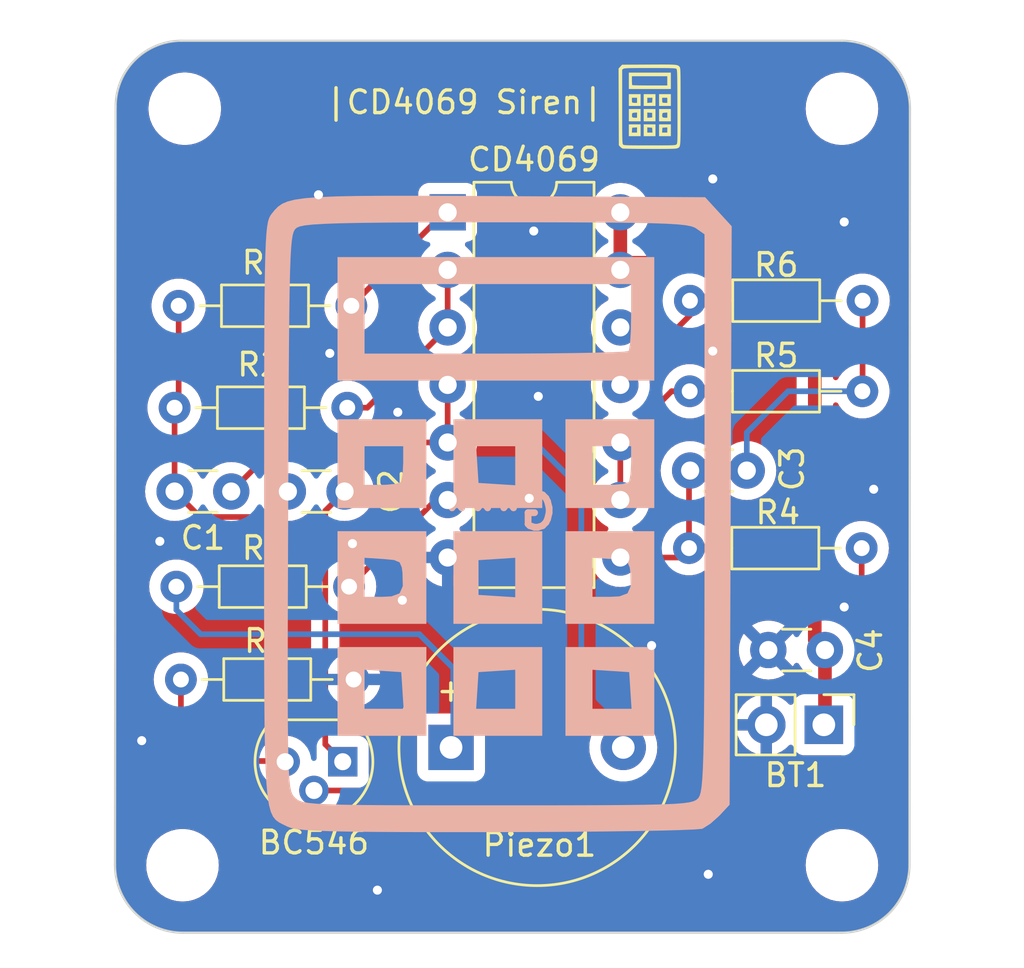
<source format=kicad_pcb>
(kicad_pcb (version 20221018) (generator pcbnew)
  (title_block (title "CD4069 Siren") (date "2023-09-14") (rev "0") (company "N/A") (comment 1 "N/A"))
  (layers (0 "F.Cu" signal) (31 "B.Cu" signal) (34 "B.Paste" user) (35 "F.Paste" user) (36 "B.SilkS" user "B.Silkscreen") (37 "F.SilkS" user "F.Silkscreen") (38 "B.Mask" user) (39 "F.Mask" user) (44 "Edge.Cuts" user))
  (net 0 "")
  (net 1 "/I1")
  (net 2 "Net-(BC546-B)")
  (net 3 "Net-(BC546-E)")
  (net 4 "+6V")
  (net 5 "GND")
  (net 6 "/I0")
  (net 7 "Net-(C1-Pad2)")
  (net 8 "Net-(C3-Pad1)")
  (net 9 "Net-(C3-Pad2)")
  (net 10 "Net-(Piezo1-Pad1)")
  (net 11 "Net-(R1-Pad1)")
  (net 12 "Net-(R2-Pad1)")
  (net 13 "Net-(R3-Pad1)")
  (net 14 "Net-(R5-Pad1)")
  (net 15 "Net-(R6-Pad1)")
  (footprint "Capacitor_THT:C_Disc_D3.0mm_W1.6mm_P2.50mm" (layer "F.Cu") (at 94.05 67.3 180)
    (fp_text reference "C1" (at 1.25 -2.05) (layer "F.SilkS"))
    (fp_text value "10n")
    (fp_line (start 0.621 -0.92) (end 1.879 -0.92) (stroke (width 0.12)) (layer "F.SilkS"))
    (fp_line (start 0.621 0.92) (end 1.879 0.92) (stroke (width 0.12)) (layer "F.SilkS"))
    (pad "1" thru_hole circle (at 0 0 180) (size 1.6 1.6) (drill 0.8) (layers "*.Cu" "*.Mask") (net 6 "/I0"))
    (pad "2" thru_hole circle (at 2.5 0 180) (size 1.6 1.6) (drill 0.8) (layers "*.Cu" "*.Mask") (net 7 "Net-(C1-Pad2)"))
  )
  (footprint "Resistor_THT:R_Axial_DIN0204_L3.6mm_D1.6mm_P7.62mm_Horizontal" (layer "F.Cu") (at 114.29 58.875)
    (fp_text reference "R6" (at 3.81 -1.575) (layer "F.SilkS"))
    (fp_text value "10k")
    (fp_line (start 0.94 0) (end 1.89 0) (stroke (width 0.12)) (layer "F.SilkS"))
    (fp_line (start 1.89 -0.92) (end 1.89 0.92) (stroke (width 0.12)) (layer "F.SilkS"))
    (fp_line (start 1.89 0.92) (end 5.73 0.92) (stroke (width 0.12)) (layer "F.SilkS"))
    (fp_line (start 5.73 -0.92) (end 1.89 -0.92) (stroke (width 0.12)) (layer "F.SilkS"))
    (fp_line (start 5.73 0.92) (end 5.73 -0.92) (stroke (width 0.12)) (layer "F.SilkS"))
    (fp_line (start 6.68 0) (end 5.73 0) (stroke (width 0.12)) (layer "F.SilkS"))
    (pad "1" thru_hole circle (at 0 0) (size 1.4 1.4) (drill 0.7) (layers "*.Cu" "*.Mask") (net 15 "Net-(R6-Pad1)"))
    (pad "2" thru_hole oval (at 7.62 0) (size 1.4 1.4) (drill 0.7) (layers "*.Cu" "*.Mask") (net 9 "Net-(C3-Pad2)"))
  )
  (footprint "Connector_PinHeader_2.54mm:PinHeader_1x02_P2.54mm_Vertical" (layer "F.Cu") (at 120.2 77.6 -90)
    (fp_text reference "BT1" (at 2.225 1.25 -180) (layer "F.SilkS"))
    (fp_text value "Battery")
    (fp_line (start -1.33 -1.33) (end 0 -1.33) (stroke (width 0.12)) (layer "F.SilkS"))
    (fp_line (start -1.33 0) (end -1.33 -1.33) (stroke (width 0.12)) (layer "F.SilkS"))
    (fp_line (start -1.33 1.27) (end -1.33 3.87) (stroke (width 0.12)) (layer "F.SilkS"))
    (fp_line (start -1.33 1.27) (end 1.33 1.27) (stroke (width 0.12)) (layer "F.SilkS"))
    (fp_line (start -1.33 3.87) (end 1.33 3.87) (stroke (width 0.12)) (layer "F.SilkS"))
    (fp_line (start 1.33 1.27) (end 1.33 3.87) (stroke (width 0.12)) (layer "F.SilkS"))
    (pad "1" thru_hole rect (at 0 0 270) (size 1.7 1.7) (drill 1) (layers "*.Cu" "*.Mask") (net 4 "+6V"))
    (pad "2" thru_hole oval (at 0 2.54 270) (size 1.7 1.7) (drill 1) (layers "*.Cu" "*.Mask") (net 5 "GND"))
  )
  (footprint "Resistor_THT:R_Axial_DIN0204_L3.6mm_D1.6mm_P7.62mm_Horizontal" (layer "F.Cu") (at 99.25 71.5 180)
    (fp_text reference "R3" (at 3.75 1.7) (layer "F.SilkS"))
    (fp_text value "3.3k")
    (fp_line (start 0.94 0) (end 1.89 0) (stroke (width 0.12)) (layer "F.SilkS"))
    (fp_line (start 1.89 -0.92) (end 1.89 0.92) (stroke (width 0.12)) (layer "F.SilkS"))
    (fp_line (start 1.89 0.92) (end 5.73 0.92) (stroke (width 0.12)) (layer "F.SilkS"))
    (fp_line (start 5.73 -0.92) (end 1.89 -0.92) (stroke (width 0.12)) (layer "F.SilkS"))
    (fp_line (start 5.73 0.92) (end 5.73 -0.92) (stroke (width 0.12)) (layer "F.SilkS"))
    (fp_line (start 6.68 0) (end 5.73 0) (stroke (width 0.12)) (layer "F.SilkS"))
    (pad "1" thru_hole circle (at 0 0 180) (size 1.4 1.4) (drill 0.7) (layers "*.Cu" "*.Mask") (net 13 "Net-(R3-Pad1)"))
    (pad "2" thru_hole oval (at 7.62 0 180) (size 1.4 1.4) (drill 0.7) (layers "*.Cu" "*.Mask") (net 10 "Net-(Piezo1-Pad1)"))
  )
  (footprint "Capacitor_THT:C_Disc_D3.0mm_W1.6mm_P2.50mm" (layer "F.Cu") (at 114.3 66.375)
    (fp_text reference "C3" (at 4.5 -0.075 90) (layer "F.SilkS"))
    (fp_text value "1u")
    (fp_line (start 0.621 -0.92) (end 1.879 -0.92) (stroke (width 0.12)) (layer "F.SilkS"))
    (fp_line (start 0.621 0.92) (end 1.879 0.92) (stroke (width 0.12)) (layer "F.SilkS"))
    (pad "1" thru_hole circle (at 0 0) (size 1.6 1.6) (drill 0.8) (layers "*.Cu" "*.Mask") (net 8 "Net-(C3-Pad1)"))
    (pad "2" thru_hole circle (at 2.5 0) (size 1.6 1.6) (drill 0.8) (layers "*.Cu" "*.Mask") (net 9 "Net-(C3-Pad2)"))
  )
  (footprint "Resistor_THT:R_Axial_DIN0204_L3.6mm_D1.6mm_P7.62mm_Horizontal" (layer "F.Cu") (at 114.25 69.8)
    (fp_text reference "R4" (at 3.92 -1.575) (layer "F.SilkS"))
    (fp_text value "R")
    (fp_line (start 0.94 0) (end 1.89 0) (stroke (width 0.12)) (layer "F.SilkS"))
    (fp_line (start 1.89 -0.92) (end 1.89 0.92) (stroke (width 0.12)) (layer "F.SilkS"))
    (fp_line (start 1.89 0.92) (end 5.73 0.92) (stroke (width 0.12)) (layer "F.SilkS"))
    (fp_line (start 5.73 -0.92) (end 1.89 -0.92) (stroke (width 0.12)) (layer "F.SilkS"))
    (fp_line (start 5.73 0.92) (end 5.73 -0.92) (stroke (width 0.12)) (layer "F.SilkS"))
    (fp_line (start 6.68 0) (end 5.73 0) (stroke (width 0.12)) (layer "F.SilkS"))
    (pad "1" thru_hole circle (at 0 0) (size 1.4 1.4) (drill 0.7) (layers "*.Cu" "*.Mask") (net 8 "Net-(C3-Pad1)"))
    (pad "2" thru_hole oval (at 7.62 0) (size 1.4 1.4) (drill 0.7) (layers "*.Cu" "*.Mask") (net 2 "Net-(BC546-B)"))
  )
  (footprint "Capacitor_THT:C_Disc_D3.0mm_W1.6mm_P2.50mm" (layer "F.Cu") (at 120.25 74.3 180)
    (fp_text reference "C4" (at -2 -0.025 90) (layer "F.SilkS"))
    (fp_text value "100n")
    (fp_line (start 0.621 -0.92) (end 1.879 -0.92) (stroke (width 0.12)) (layer "F.SilkS"))
    (fp_line (start 0.621 0.92) (end 1.879 0.92) (stroke (width 0.12)) (layer "F.SilkS"))
    (pad "1" thru_hole circle (at 0 0 180) (size 1.6 1.6) (drill 0.8) (layers "*.Cu" "*.Mask") (net 4 "+6V"))
    (pad "2" thru_hole circle (at 2.5 0 180) (size 1.6 1.6) (drill 0.8) (layers "*.Cu" "*.Mask") (net 5 "GND"))
  )
  (footprint "MountingHole:MountingHole_2.7mm" (layer "F.Cu") (at 121 50.4)
    (fp_text reference "REF**" hide)
    (fp_text value "MountingHole_2.7mm")
    (pad "" np_thru_hole circle (at 0 0) (size 2.7 2.7) (drill 2.7) (layers "*.Cu" "*.Mask"))
  )
  (footprint "MountingHole:MountingHole_2.7mm" (layer "F.Cu") (at 121 83.8)
    (fp_text reference "REF**" hide)
    (fp_text value "MountingHole_2.7mm")
    (pad "" np_thru_hole circle (at 0 0) (size 2.7 2.7) (drill 2.7) (layers "F&B.Cu" "*.Mask"))
  )
  (footprint "MountingHole:MountingHole_2.7mm" (layer "F.Cu") (at 92 50.4)
    (fp_text reference "REF**" hide)
    (fp_text value "MountingHole_2.7mm")
    (pad "" np_thru_hole circle (at 0 0) (size 2.7 2.7) (drill 2.7) (layers "F&B.Cu" "*.Mask"))
  )
  (footprint "MountingHole:MountingHole_2.7mm" (layer "F.Cu") (at 91.9 83.8)
    (fp_text reference "REF**" hide)
    (fp_text value "MountingHole_2.7mm")
    (pad "" np_thru_hole circle (at 0 0) (size 2.7 2.7) (drill 2.7) (layers "F&B.Cu" "*.Mask"))
  )
  (footprint "Resistor_THT:R_Axial_DIN0204_L3.6mm_D1.6mm_P7.62mm_Horizontal" (layer "F.Cu") (at 99.17 63.6 180)
    (fp_text reference "R2" (at 3.87 1.9) (layer "F.SilkS"))
    (fp_text value "10k")
    (fp_line (start 0.94 0) (end 1.89 0) (stroke (width 0.12)) (layer "F.SilkS"))
    (fp_line (start 1.89 -0.92) (end 1.89 0.92) (stroke (width 0.12)) (layer "F.SilkS"))
    (fp_line (start 1.89 0.92) (end 5.73 0.92) (stroke (width 0.12)) (layer "F.SilkS"))
    (fp_line (start 5.73 -0.92) (end 1.89 -0.92) (stroke (width 0.12)) (layer "F.SilkS"))
    (fp_line (start 5.73 0.92) (end 5.73 -0.92) (stroke (width 0.12)) (layer "F.SilkS"))
    (fp_line (start 6.68 0) (end 5.73 0) (stroke (width 0.12)) (layer "F.SilkS"))
    (pad "1" thru_hole circle (at 0 0 180) (size 1.4 1.4) (drill 0.7) (layers "*.Cu" "*.Mask") (net 12 "Net-(R2-Pad1)"))
    (pad "2" thru_hole oval (at 7.62 0 180) (size 1.4 1.4) (drill 0.7) (layers "*.Cu" "*.Mask") (net 7 "Net-(C1-Pad2)"))
  )
  (footprint "Resistor_THT:R_Axial_DIN0204_L3.6mm_D1.6mm_P7.62mm_Horizontal" (layer "F.Cu") (at 114.28 62.875)
    (fp_text reference "R5" (at 3.82 -1.575) (layer "F.SilkS"))
    (fp_text value "100k")
    (fp_line (start 0.94 0) (end 1.89 0) (stroke (width 0.12)) (layer "F.SilkS"))
    (fp_line (start 1.89 -0.92) (end 1.89 0.92) (stroke (width 0.12)) (layer "F.SilkS"))
    (fp_line (start 1.89 0.92) (end 5.73 0.92) (stroke (width 0.12)) (layer "F.SilkS"))
    (fp_line (start 5.73 -0.92) (end 1.89 -0.92) (stroke (width 0.12)) (layer "F.SilkS"))
    (fp_line (start 5.73 0.92) (end 5.73 -0.92) (stroke (width 0.12)) (layer "F.SilkS"))
    (fp_line (start 6.68 0) (end 5.73 0) (stroke (width 0.12)) (layer "F.SilkS"))
    (pad "1" thru_hole circle (at 0 0) (size 1.4 1.4) (drill 0.7) (layers "*.Cu" "*.Mask") (net 14 "Net-(R5-Pad1)"))
    (pad "2" thru_hole oval (at 7.62 0) (size 1.4 1.4) (drill 0.7) (layers "*.Cu" "*.Mask") (net 9 "Net-(C3-Pad2)"))
  )
  (footprint "Package_DIP:DIP-14_W7.62mm" (layer "F.Cu") (at 103.6 54.975)
    (fp_text reference "CD4069" (at 3.81 -2.33) (layer "F.SilkS"))
    (fp_text value "4069")
    (fp_line (start 1.16 -1.33) (end 1.16 16.57) (stroke (width 0.12)) (layer "F.SilkS"))
    (fp_line (start 1.16 16.57) (end 6.46 16.57) (stroke (width 0.12)) (layer "F.SilkS"))
    (fp_line (start 2.81 -1.33) (end 1.16 -1.33) (stroke (width 0.12)) (layer "F.SilkS"))
    (fp_line (start 6.46 -1.33) (end 4.81 -1.33) (stroke (width 0.12)) (layer "F.SilkS"))
    (fp_line (start 6.46 16.57) (end 6.46 -1.33) (stroke (width 0.12)) (layer "F.SilkS"))
    (fp_arc (start 4.81 -1.33) (mid 3.81 -0.33) (end 2.81 -1.33) (stroke (width 0.12)) (layer "F.SilkS"))
    (pad "1" thru_hole rect (at 0 0) (size 1.6 1.6) (drill 0.8) (layers "*.Cu" "*.Mask") (net 11 "Net-(R1-Pad1)"))
    (pad "2" thru_hole oval (at 0 2.54) (size 1.6 1.6) (drill 0.8) (layers "*.Cu" "*.Mask") (net 12 "Net-(R2-Pad1)"))
    (pad "3" thru_hole oval (at 0 5.08) (size 1.6 1.6) (drill 0.8) (layers "*.Cu" "*.Mask") (net 12 "Net-(R2-Pad1)"))
    (pad "4" thru_hole oval (at 0 7.62) (size 1.6 1.6) (drill 0.8) (layers "*.Cu" "*.Mask") (net 6 "/I0"))
    (pad "5" thru_hole oval (at 0 10.16) (size 1.6 1.6) (drill 0.8) (layers "*.Cu" "*.Mask") (net 6 "/I0"))
    (pad "6" thru_hole oval (at 0 12.7) (size 1.6 1.6) (drill 0.8) (layers "*.Cu" "*.Mask") (net 13 "Net-(R3-Pad1)"))
    (pad "7" thru_hole oval (at 0 15.24) (size 1.6 1.6) (drill 0.8) (layers "*.Cu" "*.Mask") (net 5 "GND"))
    (pad "8" thru_hole oval (at 7.62 15.24) (size 1.6 1.6) (drill 0.8) (layers "*.Cu" "*.Mask") (net 8 "Net-(C3-Pad1)"))
    (pad "9" thru_hole oval (at 7.62 12.7) (size 1.6 1.6) (drill 0.8) (layers "*.Cu" "*.Mask") (net 14 "Net-(R5-Pad1)"))
    (pad "10" thru_hole oval (at 7.62 10.16) (size 1.6 1.6) (drill 0.8) (layers "*.Cu" "*.Mask") (net 14 "Net-(R5-Pad1)"))
    (pad "11" thru_hole oval (at 7.62 7.62) (size 1.6 1.6) (drill 0.8) (layers "*.Cu" "*.Mask") (net 15 "Net-(R6-Pad1)"))
    (pad "12" thru_hole oval (at 7.62 5.08) (size 1.6 1.6) (drill 0.8) (layers "*.Cu" "*.Mask"))
    (pad "13" thru_hole oval (at 7.62 2.54) (size 1.6 1.6) (drill 0.8) (layers "*.Cu" "*.Mask") (net 4 "+6V"))
    (pad "14" thru_hole oval (at 7.62 0) (size 1.6 1.6) (drill 0.8) (layers "*.Cu" "*.Mask") (net 4 "+6V"))
  )
  (footprint "Resistor_THT:R_Axial_DIN0204_L3.6mm_D1.6mm_P7.62mm_Horizontal" (layer "F.Cu") (at 91.83 75.6)
    (fp_text reference "R7" (at 3.77 -1.7) (layer "F.SilkS"))
    (fp_text value "100")
    (fp_line (start 0.94 0) (end 1.89 0) (stroke (width 0.12)) (layer "F.SilkS"))
    (fp_line (start 1.89 -0.92) (end 1.89 0.92) (stroke (width 0.12)) (layer "F.SilkS"))
    (fp_line (start 1.89 0.92) (end 5.73 0.92) (stroke (width 0.12)) (layer "F.SilkS"))
    (fp_line (start 5.73 -0.92) (end 1.89 -0.92) (stroke (width 0.12)) (layer "F.SilkS"))
    (fp_line (start 5.73 0.92) (end 5.73 -0.92) (stroke (width 0.12)) (layer "F.SilkS"))
    (fp_line (start 6.68 0) (end 5.73 0) (stroke (width 0.12)) (layer "F.SilkS"))
    (pad "1" thru_hole circle (at 0 0) (size 1.4 1.4) (drill 0.7) (layers "*.Cu" "*.Mask") (net 3 "Net-(BC546-E)"))
    (pad "2" thru_hole oval (at 7.62 0) (size 1.4 1.4) (drill 0.7) (layers "*.Cu" "*.Mask") (net 5 "GND"))
  )
  (footprint "Capacitor_THT:C_Disc_D3.0mm_W1.6mm_P2.50mm" (layer "F.Cu") (at 96.55 67.3)
    (fp_text reference "C2" (at 4.55 0 90) (layer "F.SilkS"))
    (fp_text value "10n")
    (fp_line (start 0.621 -0.92) (end 1.879 -0.92) (stroke (width 0.12)) (layer "F.SilkS"))
    (fp_line (start 0.621 0.92) (end 1.879 0.92) (stroke (width 0.12)) (layer "F.SilkS"))
    (pad "1" thru_hole circle (at 0 0) (size 1.6 1.6) (drill 0.8) (layers "*.Cu" "*.Mask") (net 7 "Net-(C1-Pad2)"))
    (pad "2" thru_hole circle (at 2.5 0) (size 1.6 1.6) (drill 0.8) (layers "*.Cu" "*.Mask") (net 1 "/I1"))
  )
  (footprint "Resistor_THT:R_Axial_DIN0204_L3.6mm_D1.6mm_P7.62mm_Horizontal" (layer "F.Cu") (at 99.35 59.1 180)
    (fp_text reference "R1" (at 3.85 1.9) (layer "F.SilkS"))
    (fp_text value "10k")
    (fp_line (start 0.94 0) (end 1.89 0) (stroke (width 0.12)) (layer "F.SilkS"))
    (fp_line (start 1.89 -0.92) (end 1.89 0.92) (stroke (width 0.12)) (layer "F.SilkS"))
    (fp_line (start 1.89 0.92) (end 5.73 0.92) (stroke (width 0.12)) (layer "F.SilkS"))
    (fp_line (start 5.73 -0.92) (end 1.89 -0.92) (stroke (width 0.12)) (layer "F.SilkS"))
    (fp_line (start 5.73 0.92) (end 5.73 -0.92) (stroke (width 0.12)) (layer "F.SilkS"))
    (fp_line (start 6.68 0) (end 5.73 0) (stroke (width 0.12)) (layer "F.SilkS"))
    (pad "1" thru_hole circle (at 0 0 180) (size 1.4 1.4) (drill 0.7) (layers "*.Cu" "*.Mask") (net 11 "Net-(R1-Pad1)"))
    (pad "2" thru_hole oval (at 7.62 0 180) (size 1.4 1.4) (drill 0.7) (layers "*.Cu" "*.Mask") (net 7 "Net-(C1-Pad2)"))
  )
  (footprint "Graphics:pcbLogo_4mmx4mm" (layer "F.Cu") (at 112.5 50.3)
    (fp_text reference "G***" hide)
    (fp_text value "LOGO" hide)
    (fp_poly (pts (xy -0.384505 1.051737) (xy -0.384505 1.311844) (xy -0.644612 1.311844) (xy -0.904719 1.311844) (xy -0.904719 1.153518) (xy -0.77149 1.153518) (xy -0.657161 1.153518) (xy -0.542831 1.153518) (xy -0.542831 1.039189) (xy -0.542831 0.924859) (xy -0.650267 0.931753) (xy -0.757702 0.938647) (xy -0.764596 1.046082) (xy -0.77149 1.153518) (xy -0.904719 1.153518) (xy -0.904719 1.051737) (xy -0.904719 0.79163) (xy -0.644612 0.79163) (xy -0.384505 0.79163)) (fill solid) (layer "F.SilkS"))
    (fp_poly (pts (xy 0.271416 -0.282724) (xy 0.271416 -0.022618) (xy 0.011309 -0.022618) (xy -0.248797 -0.022618) (xy -0.248797 -0.282724) (xy -0.248797 -0.384505) (xy -0.090472 -0.384505) (xy -0.090472 -0.270176) (xy -0.090472 -0.155847) (xy 0.016964 -0.162741) (xy 0.124399 -0.169635) (xy 0.131293 -0.27707) (xy 0.138187 -0.384505) (xy 0.023858 -0.384505) (xy -0.090472 -0.384505) (xy -0.248797 -0.384505) (xy -0.248797 -0.542831) (xy 0.011309 -0.542831) (xy 0.271416 -0.542831)) (fill solid) (layer "F.SilkS"))
    (fp_poly (pts (xy 0.271416 0.384506) (xy 0.271416 0.655922) (xy 0.011309 0.655922) (xy -0.248797 0.655922) (xy -0.248797 0.384506) (xy -0.248797 0.268938) (xy -0.090472 0.268938) (xy -0.090472 0.384506) (xy -0.090472 0.500075) (xy 0.016964 0.493181) (xy 0.124399 0.486287) (xy 0.124399 0.384506) (xy 0.124399 0.282725) (xy 0.016964 0.275831) (xy -0.090472 0.268938) (xy -0.248797 0.268938) (xy -0.248797 0.11309) (xy 0.011309 0.11309) (xy 0.271416 0.11309)) (fill solid) (layer "F.SilkS"))
    (fp_poly (pts (xy 0.271416 1.051737) (xy 0.271416 1.311844) (xy 0.011309 1.311844) (xy -0.248797 1.311844) (xy -0.248797 1.051737) (xy -0.248797 0.924859) (xy -0.090472 0.924859) (xy -0.090472 1.039189) (xy -0.090472 1.153518) (xy 0.023858 1.153518) (xy 0.138187 1.153518) (xy 0.131293 1.046082) (xy 0.124399 0.938647) (xy 0.016964 0.931753) (xy -0.090472 0.924859) (xy -0.248797 0.924859) (xy -0.248797 0.79163) (xy 0.011309 0.79163) (xy 0.271416 0.79163)) (fill solid) (layer "F.SilkS"))
    (fp_poly (pts (xy 0.949956 1.051737) (xy 0.949956 1.311844) (xy 0.689849 1.311844) (xy 0.429742 1.311844) (xy 0.429742 1.153518) (xy 0.562972 1.153518) (xy 0.677301 1.153518) (xy 0.79163 1.153518) (xy 0.79163 1.039189) (xy 0.79163 0.924859) (xy 0.684195 0.931753) (xy 0.576759 0.938647) (xy 0.569865 1.046082) (xy 0.562972 1.153518) (xy 0.429742 1.153518) (xy 0.429742 1.051737) (xy 0.429742 0.79163) (xy 0.689849 0.79163) (xy 0.949956 0.79163)) (fill solid) (layer "F.SilkS"))
    (fp_poly (pts (xy -0.384505 -0.282724) (xy -0.384505 -0.022618) (xy -0.644612 -0.022618) (xy -0.904719 -0.022618) (xy -0.904719 -0.282724) (xy -0.904719 -0.384505) (xy -0.769011 -0.384505) (xy -0.769011 -0.286494) (xy -0.765803 -0.223025) (xy -0.75775 -0.180423) (xy -0.753933 -0.173404) (xy -0.723809 -0.164133) (xy -0.666146 -0.158818) (xy -0.640843 -0.158326) (xy -0.542831 -0.158326) (xy -0.542831 -0.271415) (xy -0.542831 -0.384505) (xy -0.655921 -0.384505) (xy -0.769011 -0.384505) (xy -0.904719 -0.384505) (xy -0.904719 -0.542831) (xy -0.644612 -0.542831) (xy -0.384505 -0.542831)) (fill solid) (layer "F.SilkS"))
    (fp_poly (pts (xy -0.384505 0.384506) (xy -0.384505 0.655922) (xy -0.644612 0.655922) (xy -0.904719 0.655922) (xy -0.904719 0.434849) (xy -0.766633 0.434849) (xy -0.747785 0.477219) (xy -0.700333 0.494891) (xy -0.645322 0.497596) (xy -0.542831 0.497596) (xy -0.542831 0.383267) (xy -0.542831 0.268938) (xy -0.650267 0.275831) (xy -0.715312 0.281997) (xy -0.747954 0.295663) (xy -0.760994 0.326044) (xy -0.76495 0.358387) (xy -0.766633 0.434849) (xy -0.904719 0.434849) (xy -0.904719 0.384506) (xy -0.904719 0.11309) (xy -0.644612 0.11309) (xy -0.384505 0.11309)) (fill solid) (layer "F.SilkS"))
    (fp_poly (pts (xy 0.949956 -0.282724) (xy 0.949956 -0.022618) (xy 0.689849 -0.022618) (xy 0.429742 -0.022618) (xy 0.429742 -0.282724) (xy 0.429742 -0.384505) (xy 0.56545 -0.384505) (xy 0.56545 -0.286494) (xy 0.568658 -0.223025) (xy 0.576712 -0.180423) (xy 0.580529 -0.173404) (xy 0.610652 -0.164133) (xy 0.668316 -0.158818) (xy 0.693619 -0.158326) (xy 0.79163 -0.158326) (xy 0.79163 -0.271415) (xy 0.79163 -0.384505) (xy 0.67854 -0.384505) (xy 0.56545 -0.384505) (xy 0.429742 -0.384505) (xy 0.429742 -0.542831) (xy 0.689849 -0.542831) (xy 0.949956 -0.542831)) (fill solid) (layer "F.SilkS"))
    (fp_poly (pts (xy 0.949956 0.384506) (xy 0.949956 0.655922) (xy 0.689849 0.655922) (xy 0.429742 0.655922) (xy 0.429742 0.434849) (xy 0.567828 0.434849) (xy 0.586676 0.477219) (xy 0.634128 0.494891) (xy 0.689139 0.497596) (xy 0.79163 0.497596) (xy 0.79163 0.383267) (xy 0.79163 0.268938) (xy 0.684195 0.275831) (xy 0.619149 0.281997) (xy 0.586507 0.295663) (xy 0.573468 0.326044) (xy 0.569511 0.358387) (xy 0.567828 0.434849) (xy 0.429742 0.434849) (xy 0.429742 0.384506) (xy 0.429742 0.11309) (xy 0.689849 0.11309) (xy 0.949956 0.11309)) (fill solid) (layer "F.SilkS"))
    (fp_poly (pts (xy 0.949956 -1.130899) (xy 0.949956 -0.769011) (xy 0.022618 -0.769011) (xy -0.904719 -0.769011) (xy -0.904719 -1.130899) (xy -0.904719 -1.334461) (xy -0.769011 -1.334461) (xy -0.769011 -1.145978) (xy -0.767313 -1.057642) (xy -0.762793 -0.98749) (xy -0.756313 -0.947158) (xy -0.753933 -0.942416) (xy -0.728516 -0.938843) (xy -0.663207 -0.935572) (xy -0.56335 -0.932707) (xy -0.434288 -0.930351) (xy -0.281364 -0.928607) (xy -0.109923 -0.927577) (xy 0.026388 -0.927337) (xy 0.79163 -0.927337) (xy 0.79163 -1.130899) (xy 0.79163 -1.334461) (xy 0.011309 -1.334461) (xy -0.769011 -1.334461) (xy -0.904719 -1.334461) (xy -0.904719 -1.492787) (xy 0.022618 -1.492787) (xy 0.949956 -1.492787)) (fill solid) (layer "F.SilkS"))
    (fp_poly (pts (xy 0.674338 -1.851783) (xy 0.832435 -1.850645) (xy 0.960207 -1.848106) (xy 1.061379 -1.843883) (xy 1.139679 -1.837692) (xy 1.198835 -1.829251) (xy 1.242574 -1.818276) (xy 1.274622 -1.804485) (xy 1.298708 -1.787595) (xy 1.318558 -1.767322) (xy 1.335228 -1.746782) (xy 1.343542 -1.735092) (xy 1.350749 -1.720559) (xy 1.35693 -1.700066) (xy 1.362162 -1.670502) (xy 1.366526 -1.628752) (xy 1.370098 -1.571701) (xy 1.37296 -1.496236) (xy 1.375188 -1.399244) (xy 1.376863 -1.27761) (xy 1.378063 -1.12822) (xy 1.378866 -0.94796) (xy 1.379352 -0.733717) (xy 1.3796 -0.482377) (xy 1.379689 -0.190825) (xy 1.379698 0.009327) (xy 1.379751 0.333338) (xy 1.379759 0.615166) (xy 1.379497 0.857864) (xy 1.378738 1.064485) (xy 1.377255 1.238081) (xy 1.374822 1.381705) (xy 1.371214 1.498409) (xy 1.366203 1.591247) (xy 1.359563 1.663271) (xy 1.351069 1.717534) (xy 1.340494 1.757089) (xy 1.327611 1.784987) (xy 1.312195 1.804283) (xy 1.294018 1.818029) (xy 1.272856 1.829276) (xy 1.24848 1.841079) (xy 1.24374 1.843496) (xy 1.223394 1.851191) (xy 1.192202 1.857638) (xy 1.146478 1.862934) (xy 1.082533 1.867177) (xy 0.996683 1.870463) (xy 0.885241 1.87289) (xy 0.74452 1.874556) (xy 0.570834 1.875557) (xy 0.360497 1.875992) (xy 0.109822 1.875957) (xy 0.018087 1.87586) (xy -0.208046 1.875225) (xy -0.421369 1.873941) (xy -0.617429 1.872083) (xy -0.791776 1.869724) (xy -0.939962 1.86694) (xy -1.057534 1.863804) (xy -1.140043 1.860391) (xy -1.183039 1.856775) (xy -1.187444 1.855715) (xy -1.23358 1.826511) (xy -1.285051 1.780584) (xy -1.289225 1.776171) (xy -1.34577 1.715339) (xy -1.351845 0.020931) (xy -1.351902 0.005156) (xy -1.198753 0.005156) (xy -1.198685 0.317793) (xy -1.198435 0.588309) (xy -1.197932 0.819817) (xy -1.197108 1.015433) (xy -1.195893 1.178271) (xy -1.194216 1.311445) (xy -1.192009 1.41807) (xy -1.1892 1.501261) (xy -1.185722 1.564131) (xy -1.181503 1.609796) (xy -1.176475 1.641369) (xy -1.170568 1.661965) (xy -1.163711 1.674699) (xy -1.16132 1.677605) (xy -1.150828 1.68693) (xy -1.13515 1.694741) (xy -1.110495 1.701172) (xy -1.073072 1.706357) (xy -1.019088 1.710428) (xy -0.944753 1.71352) (xy -0.846274 1.715765) (xy -0.719861 1.717297) (xy -0.561722 1.718249) (xy -0.368065 1.718755) (xy -0.135099 1.718947) (xy 0.014815 1.718967) (xy 0.271017 1.718921) (xy 0.485815 1.718682) (xy 0.663038 1.718103) (xy 0.806517 1.717037) (xy 0.920082 1.715335) (xy 1.007566 1.712851) (xy 1.072798 1.709435) (xy 1.119609 1.704942) (xy 1.151829 1.699222) (xy 1.173291 1.692128) (xy 1.187823 1.683513) (xy 1.199191 1.673294) (xy 1.20789 1.663783) (xy 1.215393 1.651782) (xy 1.221775 1.634128) (xy 1.227111 1.607657) (xy 1.231476 1.569205) (xy 1.234945 1.51561) (xy 1.237591 1.443706) (xy 1.239491 1.350331) (xy 1.240718 1.23232) (xy 1.241347 1.08651) (xy 1.241453 0.909738) (xy 1.241111 0.698839) (xy 1.240396 0.450649) (xy 1.239382 0.162006) (xy 1.238772 -0.002266) (xy 1.237579 -0.312968) (xy 1.236424 -0.58157) (xy 1.235212 -0.811208) (xy 1.233851 -1.005017) (xy 1.232244 -1.166134) (xy 1.230298 -1.297694) (xy 1.227918 -1.402832) (xy 1.225011 -1.484686) (xy 1.221481 -1.546389) (xy 1.217235 -1.591079) (xy 1.212179 -1.621891) (xy 1.206216 -1.641961) (xy 1.199255 -1.654425) (xy 1.191199 -1.662417) (xy 1.188776 -1.664251) (xy 1.172197 -1.671716) (xy 1.142233 -1.677971) (xy 1.0953 -1.683117) (xy 1.027814 -1.687251) (xy 0.93619 -1.690473) (xy 0.816842 -1.692881) (xy 0.666187 -1.694573) (xy 0.480639 -1.695649) (xy 0.256615 -1.696207) (xy 0.023328 -1.696349) (xy -0.234617 -1.696207) (xy -0.451092 -1.695708) (xy -0.629859 -1.694737) (xy -0.774684 -1.693182) (xy -0.88933 -1.690929) (xy -0.977562 -1.687866) (xy -1.043144 -1.683879) (xy -1.08984 -1.678855) (xy -1.121415 -1.672681) (xy -1.141632 -1.665244) (xy -1.148484 -1.661139) (xy -1.198753 -1.62593) (xy -1.198753 0.005156) (xy -1.351902 0.005156) (xy -1.357921 -1.673476) (xy -1.280087 -1.758421) (xy -1.202254 -1.843366) (xy -0.019185 -1.849617) (xy 0.252255 -1.850986) (xy 0.482187 -1.851802)) (fill solid) (layer "F.SilkS"))
  )
  (footprint "Package_TO_SOT_THT:TO-92" (layer "F.Cu") (at 98.97 79.23 180)
    (fp_text reference "BC546" (at 1.27 -3.57) (layer "F.SilkS"))
    (fp_text value "NPN")
    (fp_line (start -0.53 1.85) (end 3.07 1.85) (stroke (width 0.12)) (layer "F.SilkS"))
    (fp_arc (start -0.568478 1.838478) (mid -1.132087 -0.994977) (end 1.27 -2.6) (stroke (width 0.12)) (layer "F.SilkS"))
    (fp_arc (start 1.27 -2.6) (mid 3.672087 -0.994977) (end 3.108478 1.838478) (stroke (width 0.12)) (layer "F.SilkS"))
    (pad "1" thru_hole rect (at 0 0 180) (size 1.3 1.3) (drill 0.75) (layers "*.Cu" "*.Mask") (net 1 "/I1"))
    (pad "2" thru_hole circle (at 1.27 -1.27 180) (size 1.3 1.3) (drill 0.75) (layers "*.Cu" "*.Mask") (net 2 "Net-(BC546-B)"))
    (pad "3" thru_hole circle (at 2.54 0 180) (size 1.3 1.3) (drill 0.75) (layers "*.Cu" "*.Mask") (net 3 "Net-(BC546-E)"))
  )
  (footprint "Buzzer_Beeper:Buzzer_12x9.5RM7.6" (layer "F.Cu") (at 103.75 78.6)
    (fp_text reference "Piezo1" (at 3.9 4.3) (layer "F.SilkS"))
    (fp_text value "SG1")
    (fp_text user "+" (at -0.01 -2.54) (layer "F.SilkS"))
    (fp_circle (center 3.8 0) (end 9.9 0) (stroke (width 0.12)) (fill none) (layer "F.SilkS"))
    (pad "1" thru_hole rect (at 0 0) (size 2 2) (drill 1) (layers "*.Cu" "*.Mask") (net 10 "Net-(Piezo1-Pad1)"))
    (pad "2" thru_hole circle (at 7.6 0) (size 2 2) (drill 1) (layers "*.Cu" "*.Mask") (net 6 "/I0"))
  )
  (footprint "Graphics:pcbLogo_30mmx30mm" (layer "B.Cu") (at 105.9 68.2 180)
    (fp_text reference "G***" (at 0 0) (layer "B.SilkS") (effects (font (size 1.5 1.5) (thickness 0.3)) (justify mirror)))
    (fp_text value "LOGO" hide)
    (fp_poly (pts (xy -2.897987 -7.926845) (xy -2.897987 -9.887248) (xy -4.858389 -9.887248) (xy -6.818792 -9.887248) (xy -6.818792 -8.69396) (xy -5.814654 -8.69396) (xy -4.952965 -8.69396) (xy -4.091275 -8.69396) (xy -4.091275 -7.83227) (xy -4.091275 -6.970581) (xy -4.901007 -7.022539) (xy -5.710738 -7.074496) (xy -5.762696 -7.884228) (xy -5.814654 -8.69396) (xy -6.818792 -8.69396) (xy -6.818792 -7.926845) (xy -6.818792 -5.966443) (xy -4.858389 -5.966443) (xy -2.897987 -5.966443)) (fill solid) (layer "B.SilkS"))
    (fp_poly (pts (xy 2.045637 -7.926845) (xy 2.045637 -9.887248) (xy 0.085235 -9.887248) (xy -1.875168 -9.887248) (xy -1.875168 -7.926845) (xy -1.875168 -6.970581) (xy -0.681879 -6.970581) (xy -0.681879 -7.83227) (xy -0.681879 -8.69396) (xy 0.17981 -8.69396) (xy 1.041499 -8.69396) (xy 0.989541 -7.884228) (xy 0.937584 -7.074496) (xy 0.127852 -7.022539) (xy -0.681879 -6.970581) (xy -1.875168 -6.970581) (xy -1.875168 -5.966443) (xy 0.085235 -5.966443) (xy 2.045637 -5.966443)) (fill solid) (layer "B.SilkS"))
    (fp_poly (pts (xy 2.045637 -2.897986) (xy 2.045637 -4.943624) (xy 0.085235 -4.943624) (xy -1.875168 -4.943624) (xy -1.875168 -2.897986) (xy -1.875168 -2.026957) (xy -0.681879 -2.026957) (xy -0.681879 -2.897986) (xy -0.681879 -3.769016) (xy 0.127852 -3.717058) (xy 0.937584 -3.6651) (xy 0.937584 -2.897986) (xy 0.937584 -2.130872) (xy 0.127852 -2.078915) (xy -0.681879 -2.026957) (xy -1.875168 -2.026957) (xy -1.875168 -0.852349) (xy 0.085235 -0.852349) (xy 2.045637 -0.852349)) (fill solid) (layer "B.SilkS"))
    (fp_poly (pts (xy 2.045637 2.130873) (xy 2.045637 0.17047) (xy 0.085235 0.17047) (xy -1.875168 0.17047) (xy -1.875168 2.130873) (xy -1.875168 2.897987) (xy -0.681879 2.897987) (xy -0.681879 2.036298) (xy -0.681879 1.174608) (xy 0.127852 1.226566) (xy 0.937584 1.278524) (xy 0.989541 2.088255) (xy 1.041499 2.897987) (xy 0.17981 2.897987) (xy -0.681879 2.897987) (xy -1.875168 2.897987) (xy -1.875168 4.091275) (xy 0.085235 4.091275) (xy 2.045637 4.091275)) (fill solid) (layer "B.SilkS"))
    (fp_poly (pts (xy 7.159731 -7.926845) (xy 7.159731 -9.887248) (xy 5.199329 -9.887248) (xy 3.238926 -9.887248) (xy 3.238926 -8.69396) (xy 4.243064 -8.69396) (xy 5.104753 -8.69396) (xy 5.966443 -8.69396) (xy 5.966443 -7.83227) (xy 5.966443 -6.970581) (xy 5.156711 -7.022539) (xy 4.34698 -7.074496) (xy 4.295022 -7.884228) (xy 4.243064 -8.69396) (xy 3.238926 -8.69396) (xy 3.238926 -7.926845) (xy 3.238926 -5.966443) (xy 5.199329 -5.966443) (xy 7.159731 -5.966443)) (fill solid) (layer "B.SilkS"))
    (fp_poly (pts (xy -2.897987 -2.897986) (xy -2.897987 -4.943624) (xy -4.858389 -4.943624) (xy -6.818792 -4.943624) (xy -6.818792 -3.277417) (xy -5.778052 -3.277417) (xy -5.635994 -3.596755) (xy -5.27835 -3.729945) (xy -4.86374 -3.750335) (xy -4.091275 -3.750335) (xy -4.091275 -2.888646) (xy -4.091275 -2.026957) (xy -4.901007 -2.078915) (xy -5.391249 -2.125386) (xy -5.637271 -2.228386) (xy -5.735546 -2.457363) (xy -5.765367 -2.701127) (xy -5.778052 -3.277417) (xy -6.818792 -3.277417) (xy -6.818792 -2.897986) (xy -6.818792 -0.852349) (xy -4.858389 -0.852349) (xy -2.897987 -0.852349)) (fill solid) (layer "B.SilkS"))
    (fp_poly (pts (xy -2.897987 2.130873) (xy -2.897987 0.17047) (xy -4.858389 0.17047) (xy -6.818792 0.17047) (xy -6.818792 2.130873) (xy -6.818792 2.897987) (xy -5.795973 2.897987) (xy -5.795973 2.159284) (xy -5.771795 1.680921) (xy -5.711095 1.359834) (xy -5.682327 1.306935) (xy -5.455292 1.237061) (xy -5.020686 1.197001) (xy -4.829978 1.193289) (xy -4.091275 1.193289) (xy -4.091275 2.045638) (xy -4.091275 2.897987) (xy -4.943624 2.897987) (xy -5.795973 2.897987) (xy -6.818792 2.897987) (xy -6.818792 4.091275) (xy -4.858389 4.091275) (xy -2.897987 4.091275)) (fill solid) (layer "B.SilkS"))
    (fp_poly (pts (xy 7.159731 -2.897986) (xy 7.159731 -4.943624) (xy 5.199329 -4.943624) (xy 3.238926 -4.943624) (xy 3.238926 -3.277417) (xy 4.279666 -3.277417) (xy 4.421724 -3.596755) (xy 4.779368 -3.729945) (xy 5.193978 -3.750335) (xy 5.966443 -3.750335) (xy 5.966443 -2.888646) (xy 5.966443 -2.026957) (xy 5.156711 -2.078915) (xy 4.666469 -2.125386) (xy 4.420447 -2.228386) (xy 4.322172 -2.457363) (xy 4.292351 -2.701127) (xy 4.279666 -3.277417) (xy 3.238926 -3.277417) (xy 3.238926 -2.897986) (xy 3.238926 -0.852349) (xy 5.199329 -0.852349) (xy 7.159731 -0.852349)) (fill solid) (layer "B.SilkS"))
    (fp_poly (pts (xy 7.159731 2.130873) (xy 7.159731 0.17047) (xy 5.199329 0.17047) (xy 3.238926 0.17047) (xy 3.238926 2.130873) (xy 3.238926 2.897987) (xy 4.261745 2.897987) (xy 4.261745 2.159284) (xy 4.285923 1.680921) (xy 4.346623 1.359834) (xy 4.375391 1.306935) (xy 4.602426 1.237061) (xy 5.037033 1.197001) (xy 5.22774 1.193289) (xy 5.966443 1.193289) (xy 5.966443 2.045638) (xy 5.966443 2.897987) (xy 5.114094 2.897987) (xy 4.261745 2.897987) (xy 3.238926 2.897987) (xy 3.238926 4.091275) (xy 5.199329 4.091275) (xy 7.159731 4.091275)) (fill solid) (layer "B.SilkS"))
    (fp_poly (pts (xy 7.159731 8.52349) (xy 7.159731 5.795973) (xy 0.17047 5.795973) (xy -6.818792 5.795973) (xy -6.818792 8.52349) (xy -6.818792 10.057718) (xy -5.795973 10.057718) (xy -5.795973 8.637137) (xy -5.783174 7.971359) (xy -5.749106 7.442633) (xy -5.700265 7.138648) (xy -5.682327 7.102908) (xy -5.490764 7.075981) (xy -4.998539 7.051331) (xy -4.245924 7.029738) (xy -3.273194 7.011978) (xy -2.120622 6.998831) (xy -0.828482 6.991074) (xy 0.198881 6.989262) (xy 5.966443 6.989262) (xy 5.966443 8.52349) (xy 5.966443 10.057718) (xy 0.085235 10.057718) (xy -5.795973 10.057718) (xy -6.818792 10.057718) (xy -6.818792 11.251007) (xy 0.17047 11.251007) (xy 7.159731 11.251007)) (fill solid) (layer "B.SilkS"))
    (fp_poly (pts (xy 5.082421 13.95673) (xy 6.273989 13.948156) (xy 7.23699 13.92902) (xy 7.999516 13.897189) (xy 8.58966 13.850529) (xy 9.035513 13.786909) (xy 9.365167 13.704194) (xy 9.606713 13.600253) (xy 9.788243 13.472952) (xy 9.93785 13.320159) (xy 10.063496 13.165346) (xy 10.126153 13.077244) (xy 10.180476 12.967704) (xy 10.227059 12.813256) (xy 10.266496 12.590432) (xy 10.299381 12.275761) (xy 10.326309 11.845776) (xy 10.347875 11.277006) (xy 10.364671 10.545982) (xy 10.377293 9.629235) (xy 10.386335 8.503296) (xy 10.392391 7.144696) (xy 10.396056 5.529965) (xy 10.397924 3.635634) (xy 10.398589 1.438234) (xy 10.398658 -0.070293) (xy 10.399058 -2.512337) (xy 10.399123 -4.636452) (xy 10.397146 -6.465646) (xy 10.391422 -8.022928) (xy 10.380246 -9.331305) (xy 10.361912 -10.413785) (xy 10.334714 -11.293377) (xy 10.296948 -11.993088) (xy 10.246908 -12.535927) (xy 10.182887 -12.944902) (xy 10.103182 -13.24302) (xy 10.006086 -13.453291) (xy 9.889894 -13.598721) (xy 9.7529 -13.702319) (xy 9.593399 -13.787093) (xy 9.409685 -13.876051) (xy 9.373956 -13.894262) (xy 9.220614 -13.952261) (xy 8.985523 -14.000853) (xy 8.640898 -14.040769) (xy 8.158955 -14.072745) (xy 7.51191 -14.097513) (xy 6.671979 -14.115807) (xy 5.611378 -14.128362) (xy 4.302322 -14.13591) (xy 2.717028 -14.139185) (xy 0.827712 -14.138922) (xy 0.136318 -14.138188) (xy -1.568032 -14.133404) (xy -3.175821 -14.123728) (xy -4.653509 -14.109722) (xy -5.967553 -14.091947) (xy -7.084413 -14.070961) (xy -7.970546 -14.047326) (xy -8.59241 -14.021603) (xy -8.916465 -13.994351) (xy -8.949665 -13.98636) (xy -9.297386 -13.766249) (xy -9.685324 -13.420107) (xy -9.716779 -13.386846) (xy -10.142953 -12.928353) (xy -10.188744 -0.157753) (xy -10.18917 -0.038861) (xy -9.0349 -0.038861) (xy -9.034388 -2.395176) (xy -9.032501 -4.434027) (xy -9.028715 -6.178885) (xy -9.022504 -7.653225) (xy -9.013343 -8.88052) (xy -9.000706 -9.884243) (xy -8.984067 -10.687868) (xy -8.962903 -11.314868) (xy -8.936686 -11.788716) (xy -8.904892 -12.132885) (xy -8.866995 -12.37085) (xy -8.82247 -12.526083) (xy -8.770792 -12.622057) (xy -8.752774 -12.643959) (xy -8.673693 -12.714238) (xy -8.55553 -12.77311) (xy -8.369708 -12.821583) (xy -8.08765 -12.86066) (xy -7.68078 -12.891347) (xy -7.120521 -12.914649) (xy -6.378299 -12.93157) (xy -5.425535 -12.943115) (xy -4.233653 -12.95029) (xy -2.774077 -12.9541) (xy -1.018231 -12.955549) (xy 0.111655 -12.955704) (xy 2.042632 -12.955352) (xy 3.66154 -12.953551) (xy 4.997253 -12.949189) (xy 6.078642 -12.941153) (xy 6.934578 -12.928329) (xy 7.593934 -12.909603) (xy 8.08558 -12.883862) (xy 8.43839 -12.849994) (xy 8.681234 -12.806884) (xy 8.842985 -12.753419) (xy 8.952514 -12.688486) (xy 9.038193 -12.611471) (xy 9.103755 -12.539783) (xy 9.160306 -12.449333) (xy 9.208409 -12.316275) (xy 9.248629 -12.116767) (xy 9.281527 -11.826961) (xy 9.307668 -11.423015) (xy 9.327614 -10.881084) (xy 9.341929 -10.177322) (xy 9.351177 -9.287886) (xy 9.35592 -8.18893) (xy 9.356721 -6.856611) (xy 9.354145 -5.267083) (xy 9.348754 -3.396501) (xy 9.341112 -1.221022) (xy 9.336515 0.017081) (xy 9.327522 2.358815) (xy 9.318815 4.383245) (xy 9.309685 6.114006) (xy 9.299421 7.57473) (xy 9.287311 8.789052) (xy 9.272644 9.780607) (xy 9.25471 10.573028) (xy 9.232798 11.18995) (xy 9.206196 11.655006) (xy 9.174194 11.99183) (xy 9.13608 12.224058) (xy 9.091145 12.375322) (xy 9.038676 12.469257) (xy 8.977963 12.529497) (xy 8.9597 12.543317) (xy 8.834742 12.599578) (xy 8.608908 12.646727) (xy 8.255181 12.685509) (xy 7.746543 12.716669) (xy 7.055976 12.74095) (xy 6.156464 12.759097) (xy 5.020989 12.771853) (xy 3.622535 12.779963) (xy 1.934082 12.78417) (xy 0.175818 12.785235) (xy -1.768293 12.784169) (xy -3.399841 12.780404) (xy -4.747195 12.773087) (xy -5.838727 12.761365) (xy -6.702806 12.744387) (xy -7.367803 12.721299) (xy -7.862089 12.691249) (xy -8.214034 12.653385) (xy -8.45201 12.606854) (xy -8.604385 12.550804) (xy -8.656029 12.519864) (xy -9.0349 12.254493) (xy -9.0349 -0.038861) (xy -10.18917 -0.038861) (xy -10.234535 12.612847) (xy -9.64791 13.253068) (xy -9.061286 13.893289) (xy -0.144598 13.940406) (xy 1.90122 13.950722) (xy 3.634195 13.956874)) (fill solid) (layer "B.SilkS"))
  )
  (gr_line (start 91.92132 86.77868) (end 120.97868 86.77868) (stroke (width 0.1)) (layer "Edge.Cuts"))
  (gr_arc (start 121 47.4) (mid 123.12132 48.27868) (end 124 50.4) (stroke (width 0.1)) (layer "Edge.Cuts"))
  (gr_line (start 121 47.4) (end 91.85061 47.4) (stroke (width 0.1)) (layer "Edge.Cuts"))
  (gr_arc (start 88.95061 50.3) (mid 89.8 48.24939) (end 91.85061 47.4) (stroke (width 0.1)) (layer "Edge.Cuts"))
  (gr_line (start 88.95061 50.3) (end 88.92132 83.77868) (stroke (width 0.1)) (layer "Edge.Cuts"))
  (gr_arc (start 91.92132 86.77868) (mid 89.8 85.9) (end 88.92132 83.77868) (stroke (width 0.1)) (layer "Edge.Cuts"))
  (gr_line (start 123.97868 83.77868) (end 124 50.4) (stroke (width 0.1)) (layer "Edge.Cuts"))
  (gr_arc (start 123.97868 83.77868) (mid 123.1 85.9) (end 120.97868 86.77868) (stroke (width 0.1)) (layer "Edge.Cuts"))
  (gr_text "|CD4069 Siren|" (at 98.1 50.7) (layer "F.SilkS") (effects (font (size 1 1)) (justify left bottom)))
  (segment (start 98.2 78.46) (end 98.97 79.23) (width 0.25) (layer "F.Cu") (net 1))
  (segment (start 98.2 68.15) (end 98.2 78.46) (width 0.25) (layer "F.Cu") (net 1))
  (segment (start 99.05 67.3) (end 98.2 68.15) (width 0.25) (layer "F.Cu") (net 1))
  (segment (start 120.6 80.5) (end 121.87 79.23) (width 0.25) (layer "F.Cu") (net 2))
  (segment (start 121.87 79.23) (end 121.87 69.8) (width 0.25) (layer "F.Cu") (net 2))
  (segment (start 97.7 80.5) (end 120.6 80.5) (width 0.25) (layer "F.Cu") (net 2))
  (segment (start 91.83 78.33) (end 92.7 79.2) (width 0.25) (layer "F.Cu") (net 3))
  (segment (start 91.83 75.6) (end 91.83 78.33) (width 0.25) (layer "F.Cu") (net 3))
  (segment (start 92.7 79.2) (end 96.4 79.2) (width 0.25) (layer "F.Cu") (net 3))
  (segment (start 96.4 79.2) (end 96.43 79.23) (width 0.25) (layer "F.Cu") (net 3))
  (segment (start 120.25 77.55) (end 120.2 77.6) (width 0.6) (layer "F.Cu") (net 4))
  (segment (start 119.8 73.85) (end 120.2 74.25) (width 0.6) (layer "F.Cu") (net 4))
  (segment (start 111.26 57.475) (end 111.535 57.2) (width 0.6) (layer "F.Cu") (net 4))
  (segment (start 111.22 57.515) (end 111.22 54.975) (width 0.6) (layer "F.Cu") (net 4))
  (segment (start 119.8 60.875) (end 119.8 73.85) (width 0.6) (layer "F.Cu") (net 4))
  (segment (start 116.125 57.2) (end 119.8 60.875) (width 0.6) (layer "F.Cu") (net 4))
  (segment (start 120.25 74.3) (end 120.25 77.55) (width 0.6) (layer "F.Cu") (net 4))
  (segment (start 111.535 57.2) (end 116.125 57.2) (width 0.6) (layer "F.Cu") (net 4))
  (segment (start 111.22 57.515) (end 111.26 57.475) (width 0.6) (layer "B.Cu") (net 4))
  (segment (start 120.2 74.25) (end 120.25 74.3) (width 0.6) (layer "B.Cu") (net 4))
  (via (at 115.1 84.2) (size 0.8) (drill 0.4) (layers "F.Cu" "B.Cu") (net 5))
  (via (at 107.4 55.8) (size 0.8) (drill 0.4) (layers "F.Cu" "B.Cu") (net 5))
  (via (at 112.6 74.1) (size 0.8) (drill 0.4) (layers "F.Cu" "B.Cu") (net 5))
  (via (at 90.1 78.3) (size 0.8) (drill 0.4) (layers "F.Cu" "B.Cu") (net 5))
  (via (at 122.4 67.2) (size 0.8) (drill 0.4) (layers "F.Cu" "B.Cu") (net 5))
  (via (at 121.1 72.4) (size 0.8) (drill 0.4) (layers "F.Cu" "B.Cu") (net 5))
  (via (at 107.2 67.6) (size 0.8) (drill 0.4) (layers "F.Cu" "B.Cu") (net 5))
  (via (at 97.9 54.2) (size 0.8) (drill 0.4) (layers "F.Cu" "B.Cu") (net 5))
  (via (at 99.4 69.6) (size 0.8) (drill 0.4) (layers "F.Cu" "B.Cu") (net 5))
  (via (at 121.1 55.4) (size 0.8) (drill 0.4) (layers "F.Cu" "B.Cu") (net 5))
  (via (at 98.4 61.2) (size 0.8) (drill 0.4) (layers "F.Cu" "B.Cu") (net 5))
  (via (at 107.6 63.1) (size 0.8) (drill 0.4) (layers "F.Cu" "B.Cu") (net 5))
  (via (at 115.3 61.1) (size 0.8) (drill 0.4) (layers "F.Cu" "B.Cu") (net 5))
  (via (at 101.4 63.8) (size 0.8) (drill 0.4) (layers "F.Cu" "B.Cu") (net 5))
  (via (at 90.9 69.5) (size 0.8) (drill 0.4) (layers "F.Cu" "B.Cu") (net 5))
  (via (at 115.3 53.5) (size 0.8) (drill 0.4) (layers "F.Cu" "B.Cu") (net 5))
  (via (at 100.5 84.9) (size 0.8) (drill 0.4) (layers "F.Cu" "B.Cu") (net 5))
  (via (at 101.6 72.1) (size 0.8) (drill 0.4) (layers "F.Cu" "B.Cu") (net 5))
  (segment (start 94.05 67.3) (end 96.215 65.135) (width 0.25) (layer "F.Cu") (net 6))
  (segment (start 103.6 62.595) (end 103.6 65.135) (width 0.25) (layer "F.Cu") (net 6))
  (segment (start 96.215 65.135) (end 103.6 65.135) (width 0.25) (layer "F.Cu") (net 6))
  (segment (start 109.5 76.75) (end 109.5 67.2) (width 0.25) (layer "B.Cu") (net 6))
  (segment (start 111.35 78.6) (end 109.5 76.75) (width 0.25) (layer "B.Cu") (net 6))
  (segment (start 107.435 65.135) (end 103.6 65.135) (width 0.25) (layer "B.Cu") (net 6))
  (segment (start 109.5 67.2) (end 107.435 65.135) (width 0.25) (layer "B.Cu") (net 6))
  (segment (start 91.55 63.6) (end 91.55 67.3) (width 0.25) (layer "F.Cu") (net 7))
  (segment (start 92.675 68.425) (end 95.425 68.425) (width 0.25) (layer "F.Cu") (net 7))
  (segment (start 95.425 68.425) (end 96.55 67.3) (width 0.25) (layer "F.Cu") (net 7))
  (segment (start 91.73 63.42) (end 91.55 63.6) (width 0.25) (layer "F.Cu") (net 7))
  (segment (start 91.73 59.1) (end 91.73 63.42) (width 0.25) (layer "F.Cu") (net 7))
  (segment (start 91.55 67.3) (end 92.675 68.425) (width 0.25) (layer "F.Cu") (net 7))
  (segment (start 114.3 66.85) (end 114.3 66.375) (width 0.25) (layer "F.Cu") (net 8))
  (segment (start 111.22 70.215) (end 113.835 70.215) (width 0.25) (layer "F.Cu") (net 8))
  (segment (start 111.22 70.215) (end 111.22 69.93) (width 0.25) (layer "F.Cu") (net 8))
  (segment (start 113.835 70.215) (end 114.25 69.8) (width 0.25) (layer "F.Cu") (net 8))
  (segment (start 114.25 69.8) (end 114.25 66.425) (width 0.25) (layer "F.Cu") (net 8))
  (segment (start 114.25 66.425) (end 114.3 66.375) (width 0.25) (layer "F.Cu") (net 8))
  (segment (start 111.21 70.225) (end 111.22 70.215) (width 0.25) (layer "F.Cu") (net 8))
  (segment (start 121.91 58.675) (end 121.91 62.865) (width 0.25) (layer "F.Cu") (net 9))
  (segment (start 121.91 62.865) (end 121.9 62.875) (width 0.25) (layer "F.Cu") (net 9))
  (segment (start 116.8 64.7) (end 116.8 66.375) (width 0.25) (layer "B.Cu") (net 9))
  (segment (start 121.9 62.875) (end 118.625 62.875) (width 0.25) (layer "B.Cu") (net 9))
  (segment (start 118.625 62.875) (end 116.8 64.7) (width 0.25) (layer "B.Cu") (net 9))
  (segment (start 91.63 72.53) (end 92.7 73.6) (width 0.25) (layer "B.Cu") (net 10))
  (segment (start 103.85 78.5) (end 103.75 78.6) (width 0.25) (layer "B.Cu") (net 10))
  (segment (start 102.35 73.6) (end 103.85 75.1) (width 0.25) (layer "B.Cu") (net 10))
  (segment (start 103.85 75.1) (end 103.85 78.5) (width 0.25) (layer "B.Cu") (net 10))
  (segment (start 92.7 73.6) (end 102.35 73.6) (width 0.25) (layer "B.Cu") (net 10))
  (segment (start 91.63 71.5) (end 91.63 72.53) (width 0.25) (layer "B.Cu") (net 10))
  (segment (start 103.475 54.975) (end 103.6 54.975) (width 0.25) (layer "F.Cu") (net 11))
  (segment (start 99.35 59.1) (end 103.475 54.975) (width 0.25) (layer "F.Cu") (net 11))
  (segment (start 100.055 63.6) (end 99.17 63.6) (width 0.25) (layer "F.Cu") (net 12))
  (segment (start 103.6 60.055) (end 100.055 63.6) (width 0.25) (layer "F.Cu") (net 12))
  (segment (start 103.6 60.055) (end 103.6 57.515) (width 0.25) (layer "F.Cu") (net 12))
  (segment (start 103.4 67.475) (end 103.6 67.675) (width 0.25) (layer "F.Cu") (net 13))
  (segment (start 103.075 67.675) (end 103.6 67.675) (width 0.25) (layer "F.Cu") (net 13))
  (segment (start 99.25 71.5) (end 103.075 67.675) (width 0.25) (layer "F.Cu") (net 13))
  (segment (start 113.48 62.875) (end 114.28 62.875) (width 0.25) (layer "F.Cu") (net 14))
  (segment (start 111.22 65.135) (end 113.48 62.875) (width 0.25) (layer "F.Cu") (net 14))
  (segment (start 111.22 65.135) (end 111.22 67.675) (width 0.25) (layer "F.Cu") (net 14))
  (segment (start 111.22 62.595) (end 114.29 59.525) (width 0.25) (layer "F.Cu") (net 15))
  (segment (start 114.29 59.525) (end 114.29 58.875) (width 0.25) (layer "F.Cu") (net 15))
  (zone (net 5) (net_name "GND") (layer "F.Cu") (connect_pads (clearance 0.5)) (min_thickness 0.25) (fill yes (thermal_gap 0.5) (thermal_bridge_width 0.5))
    (polygon (pts (xy 88.2 46.4) (xy 124.5 46.5) (xy 124.5 87.3) (xy 88.2 87.3)))
  )
  (zone (net 5) (net_name "GND") (layer "B.Cu") (priority 1) (connect_pads (clearance 0.5)) (min_thickness 0.25) (fill yes (thermal_gap 0.5) (thermal_bridge_width 0.5))
    (polygon (pts (xy 87.8 45.6) (xy 124.7 45.8) (xy 124.9 87.6) (xy 87.7 87.6)))
  )
)
</source>
